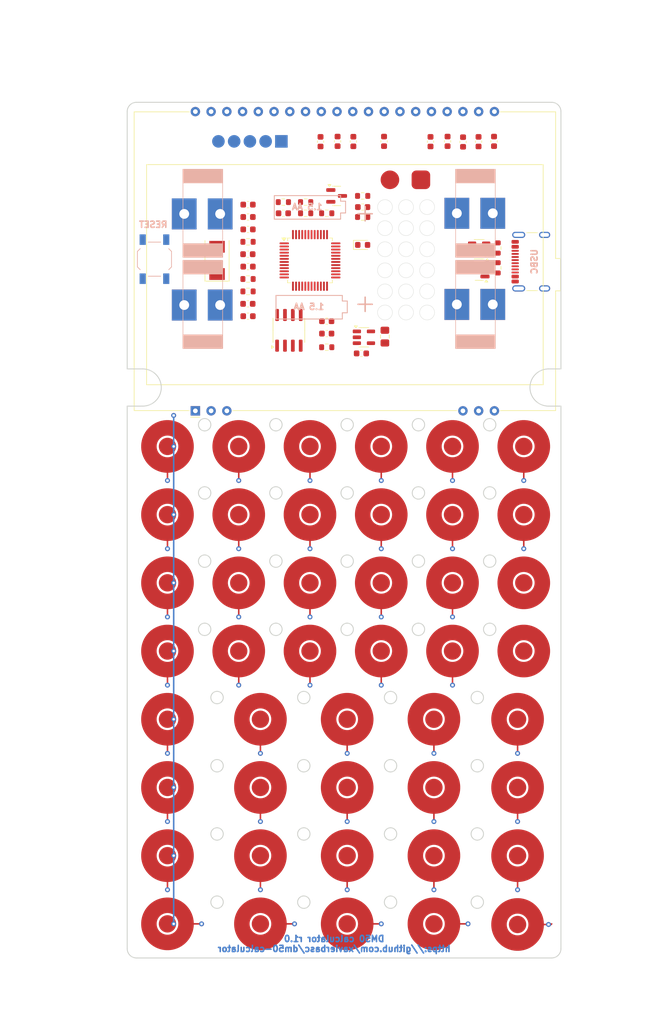
<source format=kicad_pcb>
(kicad_pcb (version 20240108) (generator "pcbnew") (generator_version "8.0")
  (layers (0 "F.Cu" signal) (31 "B.Cu" signal) (34 "B.Paste" user) (35 "F.Paste" user) (36 "B.SilkS" user "B.Silkscreen") (37 "F.SilkS" user "F.Silkscreen") (38 "B.Mask" user) (39 "F.Mask" user) (44 "Edge.Cuts" user))
  (net 0 "")
  (net 1 "VBAT")
  (net 2 "GND")
  (net 3 "Net-(BZ1--)")
  (net 4 "3.3V")
  (net 5 "Net-(U1-V0)")
  (net 6 "Net-(U1-V1)")
  (net 7 "Net-(U1-V2)")
  (net 8 "Net-(U1-CAP1N)")
  (net 9 "Net-(U1-CAP1P)")
  (net 10 "Net-(U1-V3)")
  (net 11 "Net-(U1-V4)")
  (net 12 "Net-(U1-CAP3P)")
  (net 13 "Net-(U1-VOUT)")
  (net 14 "Net-(U1-CAP2N)")
  (net 15 "Net-(U1-CAP2P)")
  (net 16 "NRST")
  (net 17 "OSCIN")
  (net 18 "VBAT_SNS")
  (net 19 "Net-(D1-A)")
  (net 20 "OSCOUT")
  (net 21 "USB_DP (D+)")
  (net 22 "Net-(J2-CC1)")
  (net 23 "USB_DM (D-)")
  (net 24 "Net-(J2-CC2)")
  (net 25 "VCAP1")
  (net 26 "Net-(Q1-B)")
  (net 27 "BUZZER")
  (net 28 "LED01")
  (net 29 "COL03")
  (net 30 "ROW03")
  (net 31 "DISP_RST")
  (net 32 "DISP_SCL")
  (net 36 "DISP_CS1B")
  (net 38 "DISP_A0")
  (net 39 "DISP_SI")
  (net 42 "ROW05")
  (net 43 "Net-(U5-Vin)")
  (net 44 "COL06")
  (net 45 "COL02")
  (net 46 "POWER_ON")
  (net 47 "Net-(U4-VBUS)")
  (net 48 "ROW08")
  (net 49 "ROW04")
  (net 50 "SWD_SWCLK")
  (net 51 "COL05")
  (net 52 "ROW02")
  (net 53 "COL04")
  (net 54 "SWD_SWDIO")
  (net 55 "ROW07")
  (net 56 "ROW01")
  (net 57 "COL01")
  (net 58 "SWD_SWO")
  (net 59 "Net-(J2-D+-PadA6)")
  (net 60 "Net-(J2-D--PadA7)")
  (net 61 "Net-(U5-SW)")
  (net 62 "ROW08{slash}WAKEUP")
  (net 63 "BOOT0")
  (net 64 "Net-(U5-EN)")
  (net 65 "QUADSPI_IO0")
  (net 66 "QUADSPI_CLK")
  (net 67 "QUADSPI_NCS")
  (net 68 "ROW06{slash}WAKEUP")
  (net 69 "QUADSPI_IO3")
  (net 70 "QUADSPI_IO1")
  (net 71 "QUADSPI_IO2")
  (net 72 "Net-(BT1--)")
  (footprint "DM50:dm50-button" (layer "F.Cu") (at 70.5 143)
    (property "Reference" "SW31")
    (property "Value" "4")
  )
  (footprint "DM50:dm50-button" (layer "F.Cu") (at 112 154)
    (property "Reference" "SW39")
    (property "Value" "-")
  )
  (footprint "DM50:dm50-button" (layer "F.Cu") (at 78.5 121)
    (property "Reference" "SW21")
    (property "Value" "x<>y")
  )
  (footprint "Capacitor_SMD:C_0603_1608Metric" (layer "F.Cu") (at 68.475 57 180)
    (property "Reference" "C11")
    (property "Value" "22pF")
  )
  (footprint "DM50:dm50-button" (layer "F.Cu") (at 98.5 154)
    (property "Reference" "SW38")
    (property "Value" "3")
  )
  (footprint "DM50:dm50-button" (layer "F.Cu") (at 101.5 121)
    (property "Reference" "SW23")
    (property "Value" "E")
  )
  (footprint "Capacitor_SMD:C_0603_1608Metric" (layer "F.Cu") (at 74.2 50.4 180)
    (property "Reference" "C16")
    (property "Value" "100nF")
  )
  (footprint "Resistor_SMD:R_0603_1608Metric" (layer "F.Cu") (at 81.2 72)
    (property "Reference" "R12")
    (property "Value" "10K")
  )
  (footprint "Resistor_SMD:R_0603_1608Metric" (layer "F.Cu") (at 77.8 48.6)
    (property "Reference" "R9")
    (property "Value" "R")
  )
  (footprint "DM50:dm50-button" (layer "F.Cu") (at 113 121)
    (property "Reference" "SW24")
    (property "Value" "DEL")
  )
  (footprint "DM50:dm50-button" (layer "F.Cu") (at 98.5 132)
    (property "Reference" "SW28")
    (property "Value" "9")
  )
  (footprint "Resistor_SMD:R_0603_1608Metric" (layer "F.Cu") (at 108.8 56 -90)
    (property "Reference" "R11")
    (property "Value" "5.1K")
  )
  (footprint "Capacitor_SMD:C_0603_1608Metric" (layer "F.Cu") (at 86.8 73 180)
    (property "Reference" "C19")
    (property "Value" "10 uF")
  )
  (footprint "DM50:dm50-button" (layer "F.Cu") (at 90 121)
    (property "Reference" "SW22")
    (property "Value" "+/-")
  )
  (footprint "DM50:dm50-button" (layer "F.Cu") (at 84.5 165)
    (property "Reference" "SW42")
    (property "Value" ".")
  )
  (footprint "DM50:dm50-button" (layer "F.Cu") (at 112 132)
    (property "Reference" "SW29")
    (property "Value" "/")
  )
  (footprint "DM50:dm50-button" (layer "F.Cu") (at 78.5 99)
    (property "Reference" "SW9")
    (property "Value" "SQR")
  )
  (footprint "Capacitor_SMD:C_0603_1608Metric" (layer "F.Cu") (at 81.2 69.8)
    (property "Reference" "C20")
    (property "Value" "4.7 uF")
  )
  (footprint "Capacitor_SMD:C_0603_1608Metric" (layer "F.Cu") (at 80.2 38.85 90)
    (property "Reference" "C8")
    (property "Value" "1uF")
  )
  (footprint "DM50:dm50-button" (layer "F.Cu") (at 70.5 154)
    (property "Reference" "SW36")
    (property "Value" "1")
  )
  (footprint "DM50:dm50-button" (layer "F.Cu") (at 112 143)
    (property "Reference" "SW34")
    (property "Value" "x")
  )
  (footprint "DM50:dm50-button" (layer "F.Cu") (at 101.5 99)
    (property "Reference" "SW11")
    (property "Value" "LN")
  )
  (footprint "DM50:dm50-button" (layer "F.Cu") (at 70.5 132)
    (property "Reference" "SW26")
    (property "Value" "7")
  )
  (footprint "Capacitor_SMD:C_0603_1608Metric" (layer "F.Cu") (at 85.5 38.825 90)
    (property "Reference" "C4")
    (property "Value" "1uF")
  )
  (footprint "DM50:dm50-button" (layer "F.Cu") (at 98.5 143)
    (property "Reference" "SW33")
    (property "Value" "6")
  )
  (footprint "Capacitor_SMD:C_0603_1608Metric" (layer "F.Cu") (at 68.5 59 180)
    (property "Reference" "C13")
    (property "Value" "22pF")
  )
  (footprint "DM50:dm50-button" (layer "F.Cu") (at 78.5 88)
    (property "Reference" "SW3")
    (property "Value" "F3")
  )
  (footprint "Resistor_SMD:R_0603_1608Metric" (layer "F.Cu") (at 77.8 50.4)
    (property "Reference" "R7")
    (property "Value" "100K")
  )
  (footprint "Capacitor_SMD:C_0603_1608Metric" (layer "F.Cu") (at 68.5 53 180)
    (property "Reference" "C10")
    (property "Value" "100nF")
  )
  (footprint "Resistor_SMD:R_0603_1608Metric" (layer "F.Cu") (at 74.2 48.6 180)
    (property "Reference" "R5")
    (property "Value" "100K")
  )
  (footprint "DM50:dm50-button" (layer "F.Cu") (at 101.5 88)
    (property "Reference" "SW5")
    (property "Value" "F5")
  )
  (footprint "Capacitor_SMD:C_0603_1608Metric" (layer "F.Cu") (at 97.95 38.85 -90)
    (property "Reference" "C6")
    (property "Value" "1uF")
  )
  (footprint "Capacitor_SMD:C_0603_1608Metric" (layer "F.Cu") (at 90.45 38.8 90)
    (property "Reference" "C9")
    (property "Value" "1uF")
  )
  (footprint "DM50:dm50-button" (layer "F.Cu") (at 113 99)
    (property "Reference" "SW12")
    (property "Value" "XEQ")
  )
  (footprint "Capacitor_SMD:C_0603_1608Metric" (layer "F.Cu") (at 108.2 38.8 -90)
    (property "Reference" "C1")
    (property "Value" "1uF")
  )
  (footprint "Resistor_SMD:R_0603_1608Metric" (layer "F.Cu") (at 108.8 59.2 -90)
    (property "Reference" "R10")
    (property "Value" "5.1K")
  )
  (footprint "Package_TO_SOT_SMD:SOT-23" (layer "F.Cu") (at 82.8 47.6)
    (property "Reference" "Q1")
    (property "Value" "MMBT3904")
  )
  (footprint "Resistor_SMD:R_0603_1608Metric" (layer "F.Cu") (at 87 51)
    (property "Reference" "R2")
    (property "Value" "5.1K")
  )
  (footprint "DM50:dm50-button" (layer "F.Cu") (at 90 88)
    (property "Reference" "SW4")
    (property "Value" "F4")
  )
  (footprint "Package_TO_SOT_SMD:TSOT-23-5" (layer "F.Cu") (at 87.2 70.4)
    (property "Reference" "U5")
    (property "Value" "ADP2108AUJ-3.3")
  )
  (footprint "Capacitor_SMD:C_0603_1608Metric" (layer "F.Cu") (at 105.7 38.85 -90)
    (property "Reference" "C2")
    (property "Value" "1uF")
  )
  (footprint "Capacitor_SMD:C_0603_1608Metric" (layer "F.Cu") (at 103.2 38.9 -90)
    (property "Reference" "C3")
    (property "Value" "1uF")
  )
  (footprint "Capacitor_SMD:C_0603_1608Metric" (layer "F.Cu") (at 82.95 38.8 -90)
    (property "Reference" "C7")
    (property "Value" "1uF")
  )
  (footprint "Capacitor_SMD:C_0603_1608Metric" (layer "F.Cu") (at 87 49.4 180)
    (property "Reference" "C15")
    (property "Value" "100nF")
  )
  (footprint "DM50:dm50-button" (layer "F.Cu") (at 55.5 121)
    (property "Reference" "SW19")
    (property "Value" "ENTER")
  )
  (footprint "Resistor_SMD:R_0603_1608Metric" (layer "F.Cu") (at 68.5 61)
    (property "Reference" "R3")
    (property "Value" "1M")
  )
  (footprint "Capacitor_SMD:C_0603_1608Metric" (layer "F.Cu") (at 100.7 38.8 -90)
    (property "Reference" "C5")
    (property "Value" "1uF")
  )
  (footprint "DM50:dm50-button" (layer "F.Cu") (at 67 121)
    (property "Reference" "SW20")
    (property "Value" "ENTER")
  )
  (footprint "DM50:dm50-button" (layer "F.Cu") (at 84.5 132)
    (property "Reference" "SW27")
    (property "Value" "8")
  )
  (footprint "DM50:dm50-button" (layer "F.Cu") (at 55.5 132)
    (property "Reference" "SW25")
    (property "Value" "UP")
  )
  (footprint "Capacitor_SMD:C_0603_1608Metric" (layer "F.Cu") (at 68.5 67 180)
    (property "Reference" "C17")
    (property "Value" "100nF")
  )
  (footprint "DM50:dm50-button" (layer "F.Cu") (at 101.5 110)
    (property "Reference" "SW17")
    (property "Value" "COS")
  )
  (footprint "DM50:dm50-button" (layer "F.Cu") (at 67 110)
    (property "Reference" "SW14")
    (property "Value" "RCL")
  )
  (footprint "DM50:dm50-button" (layer "F.Cu") (at 55.5 110)
    (property "Reference" "SW13")
    (property "Value" "STO")
  )
  (footprint "DM50:Buzzer" (layer "F.Cu") (at 93.9 45 180)
    (property "Reference" "BZ1" (hide yes))
    (property "Value" "Buzzer")
  )
  (footprint "DM50:dm50-button" (layer "F.Cu") (at 55.5 88)
    (property "Reference" "SW1")
    (property "Value" "F1")
  )
  (footprint "Resistor_SMD:R_0603_1608Metric" (layer "F.Cu") (at 87 47.6 180)
    (property "Reference" "R8")
    (property "Value" "R")
  )
  (footprint "DM50:dm50-button" (layer "F.Cu") (at 113 110)
    (property "Reference" "SW18")
    (property "Value" "TAN")
  )
  (footprint "Resistor_SMD:R_0603_1608Metric" (layer "F.Cu") (at 81.2 50.4)
    (property "Reference" "R4")
    (property "Value" "10K")
  )
  (footprint "LED_SMD:LED_0603_1608Metric" (layer "F.Cu") (at 87 55.5)
    (property "Reference" "D1")
    (property "Value" "LED (RED)")
  )
  (footprint "DM50:dm50-button" (layer "F.Cu") (at 55.5 154)
    (property "Reference" "SW35")
    (property "Value" "OPT")
  )
  (footprint "DM50:dm50-button" (layer "F.Cu") (at 90 110)
    (property "Reference" "SW16")
    (property "Value" "SIN")
  )
  (footprint "DM50:dm50-button" (layer "F.Cu") (at 55.5 143)
    (property "Reference" "SW30")
    (property "Value" "DOWN")
  )
  (footprint "DM50:dm50-button" (layer "F.Cu") (at 55.5 99)
    (property "Reference" "SW7")
    (property "Value" "E+")
  )
  (footprint "Capacitor_SMD:C_0603_1608Metric" (layer "F.Cu") (at 68.475 65 180)
    (property "Reference" "C12")
    (property "Value" "100nF")
  )
  (footprint "Capacitor_SMD:C_0603_1608Metric" (layer "F.Cu") (at 81.2 67.8)
    (property "Reference" "C21")
    (property "Value" "2.2uF")
  )
  (footprint "DM50:dm50-button" (layer "F.Cu") (at 98.5 165)
    (property "Reference" "SW43")
    (property "Value" "=")
  )
  (footprint "DM50:dm50-button" (layer "F.Cu") (at 70.5 165)
    (property "Reference" "SW41")
    (property "Value" "0")
  )
  (footprint "Connector_USB:USB_C_Receptacle_GCT_USB4105-xx-A_16P_TopMnt_Horizontal" (layer "F.Cu") (at 115.29 58.2 90)
    (property "Reference" "J2")
    (property "Value" "USB_C_Receptacle_USB2.0_14P")
  )
  (footprint "Capacitor_SMD:C_0603_1608Metric" (layer "F.Cu") (at 68.5 51 180)
    (property "Reference" "C14")
    (property "Value" "100nF")
  )
  (footprint "DM50:dm50-button" (layer "F.Cu") (at 84.5 154)
    (property "Reference" "SW37")
    (property "Value" "2")
  )
  (footprint "Resistor_SMD:R_0603_1608Metric" (layer "F.Cu") (at 68.5 55)
    (property "Reference" "R1")
    (property "Value" "10k")
  )
  (footprint "DM50:dm50-button" (layer "F.Cu") (at 84.5 143)
    (property "Reference" "SW32")
    (property "Value" "5")
  )
  (footprint "Package_SO:SOIC-8_3.9x4.9mm_P1.27mm" (layer "F.Cu") (at 75.095 69.275 90)
    (property "Reference" "U3")
    (property "Value" "AT25SF641")
  )
  (footprint "Inductor_SMD:L_0805_2012Metric_Pad1.15x1.40mm_HandSolder" (layer "F.Cu") (at 90.5875 70.2875 -90)
    (property "Reference" "L1")
    (property "Value" "1uH")
  )
  (footprint "DM50:dm50-button" (layer "F.Cu") (at 90 99)
    (property "Reference" "SW10")
    (property "Value" "LOG")
  )
  (footprint "Crystal:Crystal_SMD_0603-2Pin_6.0x3.5mm" (layer "F.Cu") (at 63.5 58 90)
    (property "Reference" "Y1")
    (property "Value" "HSE 16MHz")
  )
  (footprint "DM50:dm50-button" (layer "F.Cu") (at 67 88)
    (property "Reference" "SW2")
    (property "Value" "F2")
  )
  (footprint "DM50:dm50-button" (layer "F.Cu") (at 78.5 110)
    (property "Reference" "SW15")
    (property "Value" "R")
  )
  (footprint "Resistor_SMD:R_0603_1608Metric" (layer "F.Cu") (at 68.5 63)
    (property "Reference" "R6")
    (property "Value" "1M")
  )
  (footprint "Capacitor_SMD:C_0603_1608Metric" (layer "F.Cu") (at 68.5 49 180)
    (property "Reference" "C18")
    (property "Value" "4.7 uF")
  )
  (footprint "DM50:dm50-button" (layer "F.Cu") (at 112 165.1)
    (property "Reference" "SW44")
    (property "Value" "+")
  )
  (footprint "DM50:EA_DOGL128-6" (layer "F.Cu") (at 60 82.26 90)
    (property "Reference" "U1" (hide yes))
    (property "Value" "EA_DOGL128X-6")
  )
  (footprint "DM50:dm50-button" (layer "F.Cu") (at 67 99)
    (property "Reference" "SW8")
    (property "Value" "1/x")
  )
  (footprint "Package_QFP:LQFP-48_7x7mm_P0.5mm" (layer "F.Cu") (at 78.5 58)
    (property "Reference" "U2")
    (property "Value" "STM32U535CBT6")
  )
  (footprint "DM50:dm50-button" (layer "F.Cu") (at 113 88)
    (property "Reference" "SW6")
    (property "Value" "F6")
  )
  (footprint "Package_TO_SOT_SMD:SOT-23" (layer "F.Cu") (at 105.8 59.65 180)
    (property "Reference" "D2")
    (property "Value" "BAT54C")
  )
  (footprint "DM50:dm50-button" (layer "F.Cu") (at 55.5 165)
    (property "Reference" "SW40")
    (property "Value" "ON")
  )
  (footprint "Package_TO_SOT_SMD:SOT-23-6" (layer "F.Cu") (at 105.8 56.2 180)
    (property "Reference" "U4")
    (property "Value" "USBLC6-2SC6")
  )
  (footprint "DM50:dm50-batAA" (layer "B.Cu") (at 108 65.1 90)
    (property "Reference" "BT1" (hide yes))
    (property "Value" "AA")
  )
  (footprint "DM50:JST_CON_SMD" (layer "B.Cu") (at 73.88 38.8 180)
    (property "Reference" "J1" (hide yes))
    (property "Value" "ST-LINK" (hide yes))
  )
  (footprint "DM50:dm50-batAA" (layer "B.Cu") (at 108 50.4 90)
    (property "Reference" "BT2" (hide yes))
    (property "Value" "AA")
  )
  (footprint "Button_Switch_SMD:SW_SPST_TL3342" (layer "B.Cu") (at 53.4 57.8 90)
    (property "Reference" "SW45" (hide yes))
    (property "Value" "SW_RESET" (hide yes))
  )
  (gr_line (start 72.7375 47.55) (end 83.4375 47.55) (stroke (width 0.15)) (layer "B.SilkS"))
  (gr_line (start 83.4375 47.55) (end 83.4375 48.45) (stroke (width 0.15)) (layer "B.SilkS"))
  (gr_line (start 73.0125 67.45) (end 73.0125 63.65) (stroke (width 0.15)) (layer "B.SilkS"))
  (gr_line (start 83.4375 51.35) (end 72.7375 51.35) (stroke (width 0.15)) (layer "B.SilkS"))
  (gr_line (start 84.2375 50.35) (end 83.4375 50.35) (stroke (width 0.15)) (layer "B.SilkS"))
  (gr_line (start 83.4375 48.45) (end 84.2375 48.45) (stroke (width 0.15)) (layer "B.SilkS"))
  (gr_line (start 72.7375 51.35) (end 72.7375 47.55) (stroke (width 0.15)) (layer "B.SilkS"))
  (gr_line (start 83.4375 50.35) (end 83.4375 51.35) (stroke (width 0.15)) (layer "B.SilkS"))
  (gr_line (start 83.7125 67.45) (end 73.0125 67.45) (stroke (width 0.15)) (layer "B.SilkS"))
  (gr_line (start 83.7125 64.55) (end 84.5125 64.55) (stroke (width 0.15)) (layer "B.SilkS"))
  (gr_line (start 84.2375 48.45) (end 84.2375 50.35) (stroke (width 0.15)) (layer "B.SilkS"))
  (gr_line (start 84.5125 66.45) (end 83.7125 66.45) (stroke (width 0.15)) (layer "B.SilkS"))
  (gr_line (start 84.5125 64.55) (end 84.5125 66.45) (stroke (width 0.15)) (layer "B.SilkS"))
  (gr_line (start 73.0125 63.65) (end 83.7125 63.65) (stroke (width 0.15)) (layer "B.SilkS"))
  (gr_line (start 83.7125 63.65) (end 83.7125 64.55) (stroke (width 0.15)) (layer "B.SilkS"))
  (gr_line (start 83.7125 66.45) (end 83.7125 67.45) (stroke (width 0.15)) (layer "B.SilkS"))
  (gr_circle (center 61.5 84.5) (end 62.5 84.5) (stroke (width 0.15)) (fill none) (layer "Edge.Cuts"))
  (gr_circle (center 94 56.2) (end 95.2 56.2) (stroke (width 0.05)) (fill none) (layer "Edge.Cuts"))
  (gr_circle (center 73 84.5) (end 74 84.5) (stroke (width 0.15)) (fill none) (layer "Edge.Cuts"))
  (gr_circle (center 77.5 128.5) (end 78.5 128.5) (stroke (width 0.15)) (fill none) (layer "Edge.Cuts"))
  (gr_circle (center 94 66.4) (end 95.2 66.4) (stroke (width 0.05)) (fill none) (layer "Edge.Cuts"))
  (gr_circle (center 90.6 49.4) (end 91.8 49.4) (stroke (width 0.05)) (fill none) (layer "Edge.Cuts"))
  (gr_circle (center 90.6 59.6) (end 91.8 59.6) (stroke (width 0.05)) (fill none) (layer "Edge.Cuts"))
  (gr_circle (center 94 63) (end 95.2 63) (stroke (width 0.05)) (fill none) (layer "Edge.Cuts"))
  (gr_line (start 117 75.5) (end 119 75.5) (stroke (width 0.15)) (layer "Edge.Cuts"))
  (gr_arc (start 50.5 170.5) (mid 49.43934 170.06066) (end 49 169) (stroke (width 0.15)) (layer "Edge.Cuts"))
  (gr_circle (center 90.6 56.2) (end 91.8 56.2) (stroke (width 0.05)) (fill none) (layer "Edge.Cuts"))
  (gr_circle (center 105.5 139.5) (end 106.5 139.5) (stroke (width 0.15)) (fill none) (layer "Edge.Cuts"))
  (gr_circle (center 73 117.5) (end 74 117.5) (stroke (width 0.15)) (fill none) (layer "Edge.Cuts"))
  (gr_circle (center 61.5 95.5) (end 62.5 95.5) (stroke (width 0.15)) (fill none) (layer "Edge.Cuts"))
  (gr_circle (center 91.5 139.5) (end 92.5 139.5) (stroke (width 0.15)) (fill none) (layer "Edge.Cuts"))
  (gr_circle (center 96 117.5) (end 97 117.5) (stroke (width 0.15)) (fill none) (layer "Edge.Cuts"))
  (gr_circle (center 94 49.4) (end 95.2 49.4) (stroke (width 0.05)) (fill none) (layer "Edge.Cuts"))
  (gr_circle (center 107.5 106.5) (end 108.5 106.5) (stroke (width 0.15)) (fill none) (layer "Edge.Cuts"))
  (gr_circle (center 97.4 66.4) (end 98.6 66.4) (stroke (width 0.05)) (fill none) (layer "Edge.Cuts"))
  (gr_circle (center 63.5 128.5) (end 64.5 128.5) (stroke (width 0.15)) (fill none) (layer "Edge.Cuts"))
  (gr_circle (center 97.4 63) (end 98.6 63) (stroke (width 0.05)) (fill none) (layer "Edge.Cuts"))
  (gr_line (start 49 75.5) (end 49 34) (stroke (width 0.15)) (layer "Edge.Cuts"))
  (gr_circle (center 96 84.5) (end 97 84.5) (stroke (width 0.15)) (fill none) (layer "Edge.Cuts"))
  (gr_circle (center 73 106.5) (end 74 106.5) (stroke (width 0.15)) (fill none) (layer "Edge.Cuts"))
  (gr_circle (center 97.4 56.2) (end 98.6 56.2) (stroke (width 0.05)) (fill none) (layer "Edge.Cuts"))
  (gr_circle (center 84.5 84.5) (end 85.5 84.5) (stroke (width 0.15)) (fill none) (layer "Edge.Cuts"))
  (gr_circle (center 63.5 161.5) (end 64.5 161.5) (stroke (width 0.15)) (fill none) (layer "Edge.Cuts"))
  (gr_circle (center 96 106.5) (end 97 106.5) (stroke (width 0.15)) (fill none) (layer "Edge.Cuts"))
  (gr_circle (center 61.5 117.5) (end 62.5 117.5) (stroke (width 0.15)) (fill none) (layer "Edge.Cuts"))
  (gr_circle (center 61.5 106.5) (end 62.5 106.5) (stroke (width 0.15)) (fill none) (layer "Edge.Cuts"))
  (gr_circle (center 63.5 139.5) (end 64.5 139.5) (stroke (width 0.15)) (fill none) (layer "Edge.Cuts"))
  (gr_circle (center 97.4 59.6) (end 98.6 59.6) (stroke (width 0.05)) (fill none) (layer "Edge.Cuts"))
  (gr_line (start 51.5 81.5) (end 49 81.5) (stroke (width 0.15)) (layer "Edge.Cuts"))
  (gr_circle (center 90.6 52.8) (end 91.8 52.8) (stroke (width 0.05)) (fill none) (layer "Edge.Cuts"))
  (gr_circle (center 77.5 161.5) (end 78.5 161.5) (stroke (width 0.15)) (fill none) (layer "Edge.Cuts"))
  (gr_arc (start 49 34) (mid 49.439337 32.939326) (end 50.5 32.5) (stroke (width 0.15)) (layer "Edge.Cuts"))
  (gr_circle (center 77.5 150.5) (end 78.5 150.5) (stroke (width 0.15)) (fill none) (layer "Edge.Cuts"))
  (gr_arc (start 117 81.5) (mid 114 78.5) (end 117 75.5) (stroke (width 0.15)) (layer "Edge.Cuts"))
  (gr_line (start 50.5 32.5) (end 117.5 32.5) (stroke (width 0.15)) (layer "Edge.Cuts"))
  (gr_circle (center 97.4 49.4) (end 98.6 49.4) (stroke (width 0.05)) (fill none) (layer "Edge.Cuts"))
  (gr_arc (start 51.5 75.5) (mid 54.5 78.5) (end 51.5 81.5) (stroke (width 0.15)) (layer "Edge.Cuts"))
  (gr_circle (center 91.5 150.5) (end 92.5 150.5) (stroke (width 0.15)) (fill none) (layer "Edge.Cuts"))
  (gr_circle (center 73 95.5) (end 74 95.5) (stroke (width 0.15)) (fill none) (layer "Edge.Cuts"))
  (gr_circle (center 97.4 52.8) (end 98.6 52.8) (stroke (width 0.05)) (fill none) (layer "Edge.Cuts"))
  (gr_arc (start 119 169) (mid 118.56066 170.06066) (end 117.5 170.5) (stroke (width 0.15)) (layer "Edge.Cuts"))
  (gr_circle (center 63.5 150.5) (end 64.5 150.5) (stroke (width 0.15)) (fill none) (layer "Edge.Cuts"))
  (gr_circle (center 91.5 161.5) (end 92.5 161.5) (stroke (width 0.15)) (fill none) (layer "Edge.Cuts"))
  (gr_circle (center 105.5 150.5) (end 106.5 150.5) (stroke (width 0.15)) (fill none) (layer "Edge.Cuts"))
  (gr_line (start 51.5 75.5) (end 49 75.5) (stroke (width 0.15)) (layer "Edge.Cuts"))
  (gr_circle (center 77.5 139.5) (end 78.5 139.5) (stroke (width 0.15)) (fill none) (layer "Edge.Cuts"))
  (gr_circle (center 105.5 128.5) (end 106.5 128.5) (stroke (width 0.15)) (fill none) (layer "Edge.Cuts"))
  (gr_circle (center 90.6 63) (end 91.8 63) (stroke (width 0.05)) (fill none) (layer "Edge.Cuts"))
  (gr_line (start 117.5 170.5) (end 50.5 170.5) (stroke (width 0.15)) (layer "Edge.Cuts"))
  (gr_circle (center 84.5 117.5) (end 85.5 117.5) (stroke (width 0.15)) (fill none) (layer "Edge.Cuts"))
  (gr_circle (center 105.5 161.5) (end 106.5 161.5) (stroke (width 0.15)) (fill none) (layer "Edge.Cuts"))
  (gr_circle (center 107.5 95.5) (end 108.5 95.5) (stroke (width 0.15)) (fill none) (layer "Edge.Cuts"))
  (gr_circle (center 107.5 84.5) (end 108.5 84.5) (stroke (width 0.15)) (fill none) (layer "Edge.Cuts"))
  (gr_circle (center 84.5 95.5) (end 85.5 95.5) (stroke (width 0.15)) (fill none) (layer "Edge.Cuts"))
  (gr_line (start 119 34) (end 119 75.5) (stroke (width 0.15)) (layer "Edge.Cuts"))
  (gr_circle (center 107.5 117.5) (end 108.5 117.5) (stroke (width 0.15)) (fill none) (layer "Edge.Cuts"))
  (gr_circle (center 94 59.6) (end 95.2 59.6) (stroke (width 0.05)) (fill none) (layer "Edge.Cuts"))
  (gr_line (start 119 81.5) (end 119 169) (stroke (width 0.15)) (layer "Edge.Cuts"))
  (gr_line (start 117 81.5) (end 119 81.5) (stroke (width 0.15)) (layer "Edge.Cuts"))
  (gr_circle (center 90.6 66.4) (end 91.8 66.4) (stroke (width 0.05)) (fill none) (layer "Edge.Cuts"))
  (gr_circle (center 84.5 106.5) (end 85.5 106.5) (stroke (width 0.15)) (fill none) (layer "Edge.Cuts"))
  (gr_line (start 49 81.5) (end 49 169) (stroke (width 0.15)) (layer "Edge.Cuts"))
  (gr_circle (center 94 52.8) (end 95.2 52.8) (stroke (width 0.05)) (fill none) (layer "Edge.Cuts"))
  (gr_circle (center 91.5 128.5) (end 92.5 128.5) (stroke (width 0.15)) (fill none) (layer "Edge.Cuts"))
  (gr_arc (start 117.5 32.5) (mid 118.56066 32.93934) (end 119 34) (stroke (width 0.15)) (layer "Edge.Cuts"))
  (gr_circle (center 96 95.5) (end 97 95.5) (stroke (width 0.15)) (fill none) (layer "Edge.Cuts"))
  (gr_text "DM50 calculator r1.0\nhttps://github.com/xavierbasc/dm50-calculator" (at 82.4 169.6 0) (layer "B.Cu") (effects (font (size 1 1) (thickness 0.25) (bold yes)) (justify bottom mirror)))
  (gr_text "RESET" (at 53.2 52.8 0) (layer "B.SilkS") (effects (font (size 1 1) (thickness 0.25) (bold yes)) (justify bottom mirror)))
  (gr_text "USBC" (at 115.29 58.2 90) (layer "B.SilkS") (effects (font (size 1 1) (thickness 0.25) (bold yes)) (justify bottom mirror)))
  (gr_text "1.5 AA" (at 78.0375 49.95 0) (layer "B.SilkS") (effects (font (size 1 1) (thickness 0.25) (bold yes)) (justify bottom mirror)))
  (gr_text "+" (at 87.4 52 0) (layer "B.SilkS") (effects (font (size 3 3) (thickness 0.25) (bold yes)) (justify bottom mirror)))
  (gr_text "1.5 AA" (at 78.3125 66.05 0) (layer "B.SilkS") (effects (font (size 1 1) (thickness 0.25) (bold yes)) (justify bottom mirror)))
  (gr_text "+" (at 87.4 66.6 0) (layer "B.SilkS") (effects (font (size 3 3) (thickness 0.25) (bold yes)) (justify bottom mirror)))
  (segment (start 93 110) (end 93 110.5) (width 0.25) (layer "F.Cu") (net 30))
  (segment (start 67 113) (end 67 115.5) (width 0.25) (layer "F.Cu") (net 30))
  (segment (start 104.5 110) (end 101.5 113) (width 0.25) (layer "F.Cu") (net 30))
  (segment (start 55.5 113) (end 55.5 115.5) (width 0.25) (layer "F.Cu") (net 30))
  (segment (start 58.5 110) (end 55.5 113) (width 0.25) (layer "F.Cu") (net 30))
  (segment (start 81.5 110) (end 78.5 113) (width 0.25) (layer "F.Cu") (net 30))
  (segment (start 70 110) (end 67 113) (width 0.25) (layer "F.Cu") (net 30))
  (segment (start 78.5 113) (end 78.5 115.5) (width 0.25) (layer "F.Cu") (net 30))
  (segment (start 93 110.5) (end 90 113.5) (width 0.25) (layer "F.Cu") (net 30))
  (segment (start 101.5 113) (end 101.5 115.5) (width 0.25) (layer "F.Cu") (net 30))
  (segment (start 90 113.5) (end 90 115.5) (width 0.25) (layer "F.Cu") (net 30))
  (via (at 55.5 115.5) (size 0.8) (drill 0.4) (layers "F.Cu" "B.Cu") (net 30))
  (via (at 101.5 115.5) (size 0.8) (drill 0.4) (layers "F.Cu" "B.Cu") (net 30))
  (via (at 90 115.5) (size 0.8) (drill 0.4) (layers "F.Cu" "B.Cu") (net 30))
  (via (at 67 115.5) (size 0.8) (drill 0.4) (layers "F.Cu" "B.Cu") (net 30))
  (via (at 78.5 115.5) (size 0.8) (drill 0.4) (layers "F.Cu" "B.Cu") (net 30))
  (segment (start 58.5 132) (end 55.5 135) (width 0.25) (layer "F.Cu") (net 42))
  (segment (start 55.5 135) (end 55.5 137.5) (width 0.25) (layer "F.Cu") (net 42))
  (segment (start 98.5 135) (end 98.5 137.5) (width 0.25) (layer "F.Cu") (net 42))
  (segment (start 70.5 135) (end 70.5 137.5) (width 0.25) (layer "F.Cu") (net 42))
  (segment (start 73.5 132) (end 70.5 135) (width 0.25) (layer "F.Cu") (net 42))
  (segment (start 84.5 135) (end 84.5 137.5) (width 0.25) (layer "F.Cu") (net 42))
  (segment (start 112 135) (end 112 137.5) (width 0.25) (layer "F.Cu") (net 42))
  (segment (start 115 132) (end 112 135) (width 0.25) (layer "F.Cu") (net 42))
  (segment (start 101.5 132) (end 98.5 135) (width 0.25) (layer "F.Cu") (net 42))
  (segment (start 87.5 132) (end 84.5 135) (width 0.25) (layer "F.Cu") (net 42))
  (via (at 98.5 137.5) (size 0.8) (drill 0.4) (layers "F.Cu" "B.Cu") (net 42))
  (via (at 70.5 137.5) (size 0.8) (drill 0.4) (layers "F.Cu" "B.Cu") (net 42))
  (via (at 112 137.5) (size 0.8) (drill 0.4) (layers "F.Cu" "B.Cu") (net 42))
  (via (at 55.5 137.5) (size 0.8) (drill 0.4) (layers "F.Cu" "B.Cu") (net 42))
  (via (at 84.5 137.5) (size 0.8) (drill 0.4) (layers "F.Cu" "B.Cu") (net 42))
  (segment (start 78.5 124) (end 78.5 126.5) (width 0.25) (layer "F.Cu") (net 49))
  (segment (start 90 124) (end 90 126.5) (width 0.25) (layer "F.Cu") (net 49))
  (segment (start 70 121) (end 67 124) (width 0.25) (layer "F.Cu") (net 49))
  (segment (start 93 121) (end 90 124) (width 0.25) (layer "F.Cu") (net 49))
  (segment (start 58.5 121) (end 55.5 124) (width 0.25) (layer "F.Cu") (net 49))
  (segment (start 55.5 124) (end 55.5 126.5) (width 0.25) (layer "F.Cu") (net 49))
  (segment (start 67 124) (end 67 126.5) (width 0.25) (layer "F.Cu") (net 49))
  (segment (start 81.5 121) (end 78.5 124) (width 0.25) (layer "F.Cu") (net 49))
  (segment (start 104.5 121) (end 101.5 124) (width 0.25) (layer "F.Cu") (net 49))
  (segment (start 101.5 124) (end 101.5 126.5) (width 0.25) (layer "F.Cu") (net 49))
  (via (at 101.5 126.5) (size 0.8) (drill 0.4) (layers "F.Cu" "B.Cu") (net 49))
  (via (at 67 126.5) (size 0.8) (drill 0.4) (layers "F.Cu" "B.Cu") (net 49))
  (via (at 78.5 126.5) (size 0.8) (drill 0.4) (layers "F.Cu" "B.Cu") (net 49))
  (via (at 90 126.5) (size 0.8) (drill 0.4) (layers "F.Cu" "B.Cu") (net 49))
  (via (at 55.5 126.5) (size 0.8) (drill 0.4) (layers "F.Cu" "B.Cu") (net 49))
  (segment (start 93 99.5) (end 90 102.5) (width 0.25) (layer "F.Cu") (net 52))
  (segment (start 116 99) (end 113 102) (width 0.25) (layer "F.Cu") (net 52))
  (segment (start 70 99.5) (end 67 102.5) (width 0.25) (layer "F.Cu") (net 52))
  (segment (start 113 102) (end 113 104.5) (width 0.25) (layer "F.Cu") (net 52))
  (segment (start 67 102.5) (end 67 104.5) (width 0.25) (layer "F.Cu") (net 52))
  (segment (start 104.5 99) (end 101.5 102) (width 0.25) (layer "F.Cu") (net 52))
  (segment (start 58.5 99.5) (end 55.5 102.5) (width 0.25) (layer "F.Cu") (net 52))
  (segment (start 55.5 102.5) (end 55.5 104.5) (width 0.25) (layer "F.Cu") (net 52))
  (segment (start 101.5 102) (end 101.5 104.5) (width 0.25) (layer "F.Cu") (net 52))
  (segment (start 93 99) (end 93 99.5) (width 0.25) (layer "F.Cu") (net 52))
  (segment (start 70 99) (end 70 99.5) (width 0.25) (layer "F.Cu") (net 52))
  (segment (start 90 102.5) (end 90 104.5) (width 0.25) (layer "F.Cu") (net 52))
  (segment (start 58.5 99) (end 58.5 99.5) (width 0.25) (layer "F.Cu") (net 52))
  (segment (start 81.5 99) (end 78.5 102) (width 0.25) (layer "F.Cu") (net 52))
  (segment (start 78.5 102) (end 78.5 104.5) (width 0.25) (layer "F.Cu") (net 52))
  (via (at 67 104.5) (size 0.8) (drill 0.4) (layers "F.Cu" "B.Cu") (net 52))
  (via (at 90 104.5) (size 0.8) (drill 0.4) (layers "F.Cu" "B.Cu") (net 52))
  (via (at 55.5 104.5) (size 0.8) (drill 0.4) (layers "F.Cu" "B.Cu") (net 52))
  (via (at 101.5 104.5) (size 0.8) (drill 0.4) (layers "F.Cu" "B.Cu") (net 52))
  (via (at 113 104.5) (size 0.8) (drill 0.4) (layers "F.Cu" "B.Cu") (net 52))
  (via (at 78.5 104.5) (size 0.8) (drill 0.4) (layers "F.Cu" "B.Cu") (net 52))
  (segment (start 87.5 154.5) (end 84.5 157.5) (width 0.25) (layer "F.Cu") (net 55))
  (segment (start 73.5 154) (end 73.5 154.5) (width 0.25) (layer "F.Cu") (net 55))
  (segment (start 101.5 154) (end 98.5 157) (width 0.25) (layer "F.Cu") (net 55))
  (segment (start 115 154.5) (end 112 157.5) (width 0.25) (layer "F.Cu") (net 55))
  (segment (start 58.5 154) (end 55.5 157) (width 0.25) (layer "F.Cu") (net 55))
  (segment (start 70.5 157.5) (end 70.5 159.5) (width 0.25) (layer "F.Cu") (net 55))
  (segment (start 55.5 157) (end 55.5 159.5) (width 0.25) (layer "F.Cu") (net 55))
  (segment (start 73.5 154.5) (end 70.5 157.5) (width 0.25) (layer "F.Cu") (net 55))
  (segment (start 98.5 157) (end 98.5 159.5) (width 0.25) (layer "F.Cu") (net 55))
  (segment (start 112 157.5) (end 112 159.5) (width 0.25) (layer "F.Cu") (net 55))
  (segment (start 87.5 154) (end 87.5 154.5) (width 0.25) (layer "F.Cu") (net 55))
  (segment (start 115 154) (end 115 154.5) (width 0.25) (layer "F.Cu") (net 55))
  (segment (start 84.5 157.5) (end 84.5 159.5) (width 0.25) (layer "F.Cu") (net 55))
  (via (at 55.5 159.5) (size 0.8) (drill 0.4) (layers "F.Cu" "B.Cu") (net 55))
  (via (at 84.5 159.5) (size 0.8) (drill 0.4) (layers "F.Cu" "B.Cu") (net 55))
  (via (at 112 159.5) (size 0.8) (drill 0.4) (layers "F.Cu" "B.Cu") (net 55))
  (via (at 70.5 159.5) (size 0.8) (drill 0.4) (layers "F.Cu" "B.Cu") (net 55))
  (via (at 98.5 159.5) (size 0.8) (drill 0.4) (layers "F.Cu" "B.Cu") (net 55))
  (segment (start 93 89) (end 90 92) (width 0.25) (layer "F.Cu") (net 56))
  (segment (start 116 88) (end 113 91) (width 0.25) (layer "F.Cu") (net 56))
  (segment (start 104.5 88) (end 101.5 91) (width 0.25) (layer "F.Cu") (net 56))
  (segment (start 81.5 89) (end 81.5 88) (width 0.25) (layer "F.Cu") (net 56))
  (segment (start 116 89.5) (end 116 88) (width 0.25) (layer "F.Cu") (net 56))
  (segment (start 58.5 88) (end 59.5 88) (width 0.25) (layer "F.Cu") (net 56))
  (segment (start 104.5 89) (end 104.5 88) (width 0.25) (layer "F.Cu") (net 56))
  (segment (start 58.5 88) (end 58.5 89) (width 0.25) (layer "F.Cu") (net 56))
  (segment (start 67 91) (end 67 93.5) (width 0.25) (layer "F.Cu") (net 56))
  (segment (start 101.5 91) (end 101.5 93.5) (width 0.25) (layer "F.Cu") (net 56))
  (segment (start 55.5 92) (end 55.5 93.5) (width 0.25) (layer "F.Cu") (net 56))
  (segment (start 78.5 91) (end 78.5 93.5) (width 0.25) (layer "F.Cu") (net 56))
  (segment (start 113 91) (end 113 93.5) (width 0.25) (layer "F.Cu") (net 56))
  (segment (start 81.5 89) (end 79.5 91) (width 0.25) (layer "F.Cu") (net 56))
  (segment (start 93 88) (end 93 89) (width 0.25) (layer "F.Cu") (net 56))
  (segment (start 58.5 89) (end 55.5 92) (width 0.25) (layer "F.Cu") (net 56))
  (segment (start 90 92) (end 90 93.5) (width 0.25) (layer "F.Cu") (net 56))
  (segment (start 81.5 88) (end 78.5 91) (width 0.25) (layer "F.Cu") (net 56))
  (segment (start 116 89.5) (end 115.5 90) (width 0.25) (layer "F.Cu") (net 56))
  (segment (start 103.5 90) (end 104.5 89) (width 0.25) (layer "F.Cu") (net 56))
  (segment (start 70 88) (end 67 91) (width 0.25) (layer "F.Cu") (net 56))
  (via (at 55.5 93.5) (size 0.8) (drill 0.4) (layers "F.Cu" "B.Cu") (net 56))
  (via (at 67 93.5) (size 0.8) (drill 0.4) (layers "F.Cu" "B.Cu") (net 56))
  (via (at 78.5 93.5) (size 0.8) (drill 0.4) (layers "F.Cu" "B.Cu") (net 56))
  (via (at 101.5 93.5) (size 0.8) (drill 0.4) (layers "F.Cu" "B.Cu") (net 56))
  (via (at 113 93.5) (size 0.8) (drill 0.4) (layers "F.Cu" "B.Cu") (net 56))
  (via (at 90 93.5) (size 0.8) (drill 0.4) (layers "F.Cu" "B.Cu") (net 56))
  (segment (start 55.5 121) (end 56.5 121) (width 0.25) (layer "F.Cu") (net 57))
  (segment (start 55.5 165) (end 56.5 165) (width 0.25) (layer "F.Cu") (net 57))
  (segment (start 55.5 154) (end 56.5 154) (width 0.25) (layer "F.Cu") (net 57))
  (segment (start 55.5 132) (end 56.5 132) (width 0.25) (layer "F.Cu") (net 57))
  (segment (start 55.5 88) (end 56.5 88) (width 0.25) (layer "F.Cu") (net 57))
  (segment (start 55.5 143) (end 56.5 143) (width 0.25) (layer "F.Cu") (net 57))
  (segment (start 55.5 99) (end 56.5 99) (width 0.25) (layer "F.Cu") (net 57))
  (segment (start 55.5 110) (end 56.5 110) (width 0.25) (layer "F.Cu") (net 57))
  (via (at 56.5 143) (size 0.8) (drill 0.4) (layers "F.Cu" "B.Cu") (net 57))
  (via (at 56.5 165) (size 0.8) (drill 0.4) (layers "F.Cu" "B.Cu") (net 57))
  (via (at 56.5 132) (size 0.8) (drill 0.4) (layers "F.Cu" "B.Cu") (net 57))
  (via (at 56.5 110) (size 0.8) (drill 0.4) (layers "F.Cu" "B.Cu") (net 57))
  (via (at 56.5 99) (size 0.8) (drill 0.4) (layers "F.Cu" "B.Cu") (net 57))
  (via (at 56.5 121) (size 0.8) (drill 0.4) (layers "F.Cu" "B.Cu") (net 57))
  (via (at 56.5 83) (size 0.8) (drill 0.4) (layers "F.Cu" "B.Cu") (net 57))
  (via (at 56.5 88) (size 0.8) (drill 0.4) (layers "F.Cu" "B.Cu") (net 57))
  (via (at 56.5 154) (size 0.8) (drill 0.4) (layers "F.Cu" "B.Cu") (net 57))
  (segment (start 56.5 88) (end 56.5 83) (width 0.25) (layer "B.Cu") (net 57))
  (segment (start 56.5 88) (end 56.5 99) (width 0.25) (layer "B.Cu") (net 57))
  (segment (start 56.5 99) (end 56.5 165) (width 0.25) (layer "B.Cu") (net 57))
  (segment (start 101.5 165) (end 104 165) (width 0.25) (layer "F.Cu") (net 62))
  (segment (start 117.4 165.1) (end 117 165.1) (width 0.25) (layer "F.Cu") (net 62))
  (segment (start 115 165.1) (end 117 165.1) (width 0.25) (layer "F.Cu") (net 62))
  (segment (start 73.5 165) (end 76 165) (width 0.25) (layer "F.Cu") (net 62))
  (segment (start 87.5 165) (end 90 165) (width 0.25) (layer "F.Cu") (net 62))
  (segment (start 58.5 165) (end 61 165) (width 0.25) (layer "F.Cu") (net 62))
  (segment (start 117.4 165.1) (end 117.5 165) (width 0.25) (layer "F.Cu") (net 62))
  (via (at 90 165) (size 0.8) (drill 0.4) (layers "F.Cu" "B.Cu") (net 62))
  (via (at 76 165) (size 0.8) (drill 0.4) (layers "F.Cu" "B.Cu") (net 62))
  (via (at 117 165.1) (size 0.8) (drill 0.4) (layers "F.Cu" "B.Cu") (net 62))
  (via (at 104 165) (size 0.8) (drill 0.4) (layers "F.Cu" "B.Cu") (net 62))
  (via (at 61 165) (size 0.8) (drill 0.4) (layers "F.Cu" "B.Cu") (net 62))
  (segment (start 55.5 146) (end 55.5 148.5) (width 0.25) (layer "F.Cu") (net 63))
  (segment (start 58.5 143) (end 55.5 146) (width 0.25) (layer "F.Cu") (net 63))
  (segment (start 115 143) (end 112 146) (width 0.25) (layer "F.Cu") (net 63))
  (segment (start 112 146) (end 112 148.5) (width 0.25) (layer "F.Cu") (net 63))
  (segment (start 84.5 146) (end 84.5 148.5) (width 0.25) (layer "F.Cu") (net 63))
  (segment (start 70.5 146) (end 70.5 148.5) (width 0.25) (layer "F.Cu") (net 63))
  (segment (start 87.5 143) (end 84.5 146) (width 0.25) (layer "F.Cu") (net 63))
  (segment (start 98.5 146) (end 98.5 148.5) (width 0.25) (layer "F.Cu") (net 63))
  (segment (start 101.5 143) (end 98.5 146) (width 0.25) (layer "F.Cu") (net 63))
  (segment (start 73.5 143) (end 70.5 146) (width 0.25) (layer "F.Cu") (net 63))
  (via (at 55.5 148.5) (size 0.8) (drill 0.4) (layers "F.Cu" "B.Cu") (net 63))
  (via (at 112 148.5) (size 0.8) (drill 0.4) (layers "F.Cu" "B.Cu") (net 63))
  (via (at 70.5 148.5) (size 0.8) (drill 0.4) (layers "F.Cu" "B.Cu") (net 63))
  (via (at 98.5 148.5) (size 0.8) (drill 0.4) (layers "F.Cu" "B.Cu") (net 63))
  (via (at 84.5 148.5) (size 0.8) (drill 0.4) (layers "F.Cu" "B.Cu") (net 63))
)
</source>
